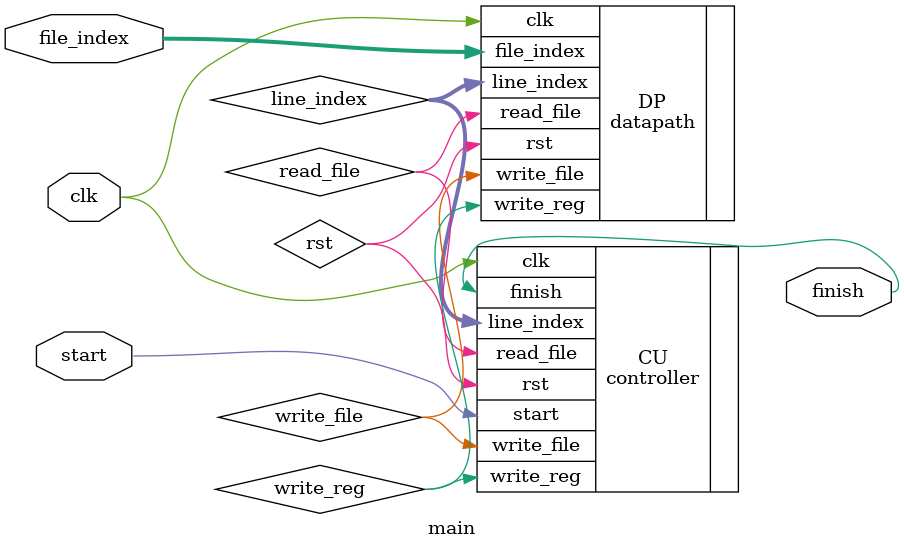
<source format=v>
`timescale 1ns/1ns

module main(clk, start, finish, file_index);

    input clk, start;
    input [9:0] file_index;

    output finish;

    wire rst, read_file, write_file, write_reg;
    wire [5:0] line_index;

    datapath DP(.clk(clk), .rst(rst), 
                .read_file(read_file), .file_index(file_index), 
                .line_index(line_index), .write_reg(write_reg), 
                .write_file(write_file));

    controller CU(.clk(clk), .rst(rst), 
                .start(start), .finish(finish),
                .read_file(read_file), .write_file(write_file),
                .line_index(line_index), .write_reg(write_reg));

endmodule
</source>
